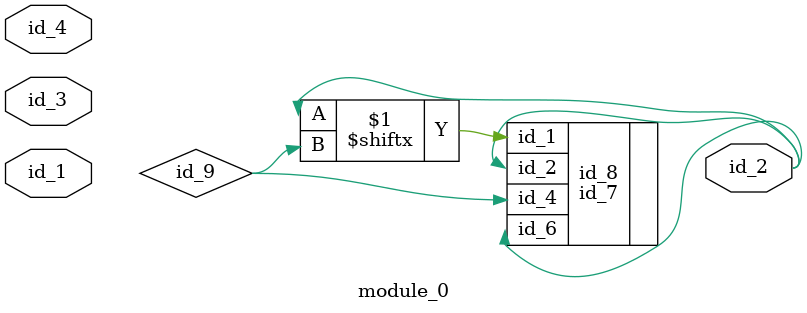
<source format=v>
module module_0 (
    id_1,
    id_2,
    id_3,
    id_4
);
  input id_4;
  input id_3;
  output id_2;
  input id_1;
  id_5 id_6 (
      .id_2(id_4),
      .id_3(id_1),
      .id_4(id_3),
      .id_3(id_1)
  );
  id_7 id_8 (
      .id_1(id_2[id_9]),
      .id_6(id_6),
      .id_4(id_9),
      .id_2(id_6),
      .id_6(id_2),
      .id_2(id_1),
      .id_2(id_2)
  );
  id_10 id_11 (
      .id_8(id_2),
      .id_8(id_3[id_1]),
      .id_9(id_6[id_8])
  );
endmodule

</source>
